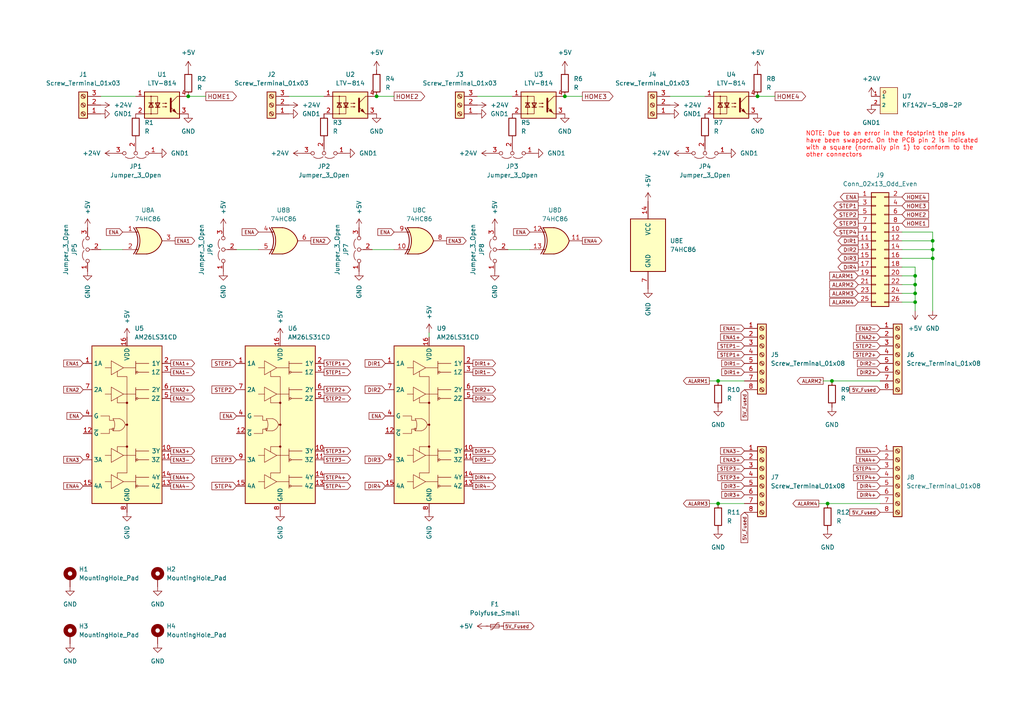
<source format=kicad_sch>
(kicad_sch (version 20230121) (generator eeschema)
  (paper "A4")
  (lib_symbols
    (symbol "74xx:74HC86" (pin_names (offset 1.016))
      (property "Reference" "U" (at 0 1.27 0))
      (property "Value" "74HC86" (at 0 -1.27 0))
      (symbol "74HC86_1_0"
        (pin input line (at -7.62 2.54 0) (length 4.445) (name "~") (number "1"))
        (pin input line (at -7.62 -2.54 0) (length 4.445) (name "~") (number "2"))
        (pin output line (at 7.62 0 180) (length 3.81) (name "~") (number "3"))
      )
      (symbol "74HC86_2_0"
        (pin input line (at -7.62 2.54 0) (length 4.445) (name "~") (number "4"))
        (pin input line (at -7.62 -2.54 0) (length 4.445) (name "~") (number "5"))
        (pin output line (at 7.62 0 180) (length 3.81) (name "~") (number "6"))
      )
      (symbol "74HC86_3_0"
        (pin input line (at -7.62 -2.54 0) (length 4.445) (name "~") (number "10"))
        (pin output line (at 7.62 0 180) (length 3.81) (name "~") (number "8"))
        (pin input line (at -7.62 2.54 0) (length 4.445) (name "~") (number "9"))
      )
      (symbol "74HC86_4_0"
        (pin output line (at 7.62 0 180) (length 3.81) (name "~") (number "11"))
        (pin input line (at -7.62 2.54 0) (length 4.445) (name "~") (number "12"))
        (pin input line (at -7.62 -2.54 0) (length 4.445) (name "~") (number "13"))
      )
      (symbol "74HC86_5_0"
        (pin power_in line (at 0 12.7 270) (length 5.08) (name "VCC") (number "14"))
        (pin power_in line (at 0 -12.7 90) (length 5.08) (name "GND") (number "7"))
      )
    )
    (symbol "AliExpress:KF142V-5_08-2P"
      (property "Reference" "U" (at 0 1.27 0))
      (property "Value" "KF142V-5_08-2P" (at 0 -2.54 0))
      (symbol "KF142V-5_08-2P_0_1"
        (pin unspecified line (at -5.08 1.27 0) (length 2.54) (name "1") (number "1"))
        (pin unspecified line (at -5.08 -1.27 0) (length 2.54) (name "2") (number "2"))
      )
    )
    (symbol "Connector:Screw_Terminal_01x03" (pin_names (offset 1.016) hide)
      (property "Reference" "J" (at 0 5.08 0))
      (property "Value" "Screw_Terminal_01x03" (at 0 -5.08 0))
      (symbol "Screw_Terminal_01x03_1_1"
        (pin passive line (at -5.08 2.54 0) (length 3.81) (name "Pin_1") (number "1"))
        (pin passive line (at -5.08 0 0) (length 3.81) (name "Pin_2") (number "2"))
        (pin passive line (at -5.08 -2.54 0) (length 3.81) (name "Pin_3") (number "3"))
      )
    )
    (symbol "Connector:Screw_Terminal_01x08" (pin_names (offset 1.016) hide)
      (property "Reference" "J" (at 0 10.16 0))
      (property "Value" "Screw_Terminal_01x08" (at 0 -12.7 0))
      (symbol "Screw_Terminal_01x08_1_1"
        (pin passive line (at -5.08 7.62 0) (length 3.81) (name "Pin_1") (number "1"))
        (pin passive line (at -5.08 5.08 0) (length 3.81) (name "Pin_2") (number "2"))
        (pin passive line (at -5.08 2.54 0) (length 3.81) (name "Pin_3") (number "3"))
        (pin passive line (at -5.08 0 0) (length 3.81) (name "Pin_4") (number "4"))
        (pin passive line (at -5.08 -2.54 0) (length 3.81) (name "Pin_5") (number "5"))
        (pin passive line (at -5.08 -5.08 0) (length 3.81) (name "Pin_6") (number "6"))
        (pin passive line (at -5.08 -7.62 0) (length 3.81) (name "Pin_7") (number "7"))
        (pin passive line (at -5.08 -10.16 0) (length 3.81) (name "Pin_8") (number "8"))
      )
    )
    (symbol "Connector_Generic:Conn_02x13_Odd_Even" (pin_names (offset 1.016) hide)
      (property "Reference" "J" (at 1.27 17.78 0))
      (property "Value" "Conn_02x13_Odd_Even" (at 1.27 -17.78 0))
      (symbol "Conn_02x13_Odd_Even_1_1"
        (pin passive line (at -5.08 15.24 0) (length 3.81) (name "Pin_1") (number "1"))
        (pin passive line (at 7.62 5.08 180) (length 3.81) (name "Pin_10") (number "10"))
        (pin passive line (at -5.08 2.54 0) (length 3.81) (name "Pin_11") (number "11"))
        (pin passive line (at 7.62 2.54 180) (length 3.81) (name "Pin_12") (number "12"))
        (pin passive line (at -5.08 0 0) (length 3.81) (name "Pin_13") (number "13"))
        (pin passive line (at 7.62 0 180) (length 3.81) (name "Pin_14") (number "14"))
        (pin passive line (at -5.08 -2.54 0) (length 3.81) (name "Pin_15") (number "15"))
        (pin passive line (at 7.62 -2.54 180) (length 3.81) (name "Pin_16") (number "16"))
        (pin passive line (at -5.08 -5.08 0) (length 3.81) (name "Pin_17") (number "17"))
        (pin passive line (at 7.62 -5.08 180) (length 3.81) (name "Pin_18") (number "18"))
        (pin passive line (at -5.08 -7.62 0) (length 3.81) (name "Pin_19") (number "19"))
        (pin passive line (at 7.62 15.24 180) (length 3.81) (name "Pin_2") (number "2"))
        (pin passive line (at 7.62 -7.62 180) (length 3.81) (name "Pin_20") (number "20"))
        (pin passive line (at -5.08 -10.16 0) (length 3.81) (name "Pin_21") (number "21"))
        (pin passive line (at 7.62 -10.16 180) (length 3.81) (name "Pin_22") (number "22"))
        (pin passive line (at -5.08 -12.7 0) (length 3.81) (name "Pin_23") (number "23"))
        (pin passive line (at 7.62 -12.7 180) (length 3.81) (name "Pin_24") (number "24"))
        (pin passive line (at -5.08 -15.24 0) (length 3.81) (name "Pin_25") (number "25"))
        (pin passive line (at 7.62 -15.24 180) (length 3.81) (name "Pin_26") (number "26"))
        (pin passive line (at -5.08 12.7 0) (length 3.81) (name "Pin_3") (number "3"))
        (pin passive line (at 7.62 12.7 180) (length 3.81) (name "Pin_4") (number "4"))
        (pin passive line (at -5.08 10.16 0) (length 3.81) (name "Pin_5") (number "5"))
        (pin passive line (at 7.62 10.16 180) (length 3.81) (name "Pin_6") (number "6"))
        (pin passive line (at -5.08 7.62 0) (length 3.81) (name "Pin_7") (number "7"))
        (pin passive line (at 7.62 7.62 180) (length 3.81) (name "Pin_8") (number "8"))
        (pin passive line (at -5.08 5.08 0) (length 3.81) (name "Pin_9") (number "9"))
      )
    )
    (symbol "Device:Polyfuse_Small" (pin_numbers hide) (pin_names (offset 0))
      (property "Reference" "F" (at -1.905 0 90))
      (property "Value" "Polyfuse_Small" (at 1.905 0 90))
      (symbol "Polyfuse_Small_1_1"
        (pin passive line (at 0 2.54 270) (length 0.635) (name "~") (number "1"))
        (pin passive line (at 0 -2.54 90) (length 0.635) (name "~") (number "2"))
      )
    )
    (symbol "Device:R" (pin_numbers hide) (pin_names (offset 0))
      (property "Reference" "R" (at 2.032 0 90))
      (property "Value" "R" (at 0 0 90))
      (symbol "R_1_1"
        (pin passive line (at 0 3.81 270) (length 1.27) (name "~") (number "1"))
        (pin passive line (at 0 -3.81 90) (length 1.27) (name "~") (number "2"))
      )
    )
    (symbol "Interface:AM26LS31CD"
      (property "Reference" "U" (at -8.89 24.13 0))
      (property "Value" "AM26LS31CD" (at 10.16 24.13 0))
      (symbol "AM26LS31CD_1_1"
        (pin input line (at -12.7 17.78 0) (length 2.54) (name "1A") (number "1"))
        (pin tri_state line (at 12.7 -7.62 180) (length 2.54) (name "3Y") (number "10"))
        (pin tri_state line (at 12.7 -10.16 180) (length 2.54) (name "3Z") (number "11"))
        (pin input line (at -12.7 -2.54 0) (length 2.54) (name "~{G}") (number "12"))
        (pin tri_state line (at 12.7 -17.78 180) (length 2.54) (name "4Z") (number "13"))
        (pin tri_state line (at 12.7 -15.24 180) (length 2.54) (name "4Y") (number "14"))
        (pin input line (at -12.7 -17.78 0) (length 2.54) (name "4A") (number "15"))
        (pin power_in line (at 0 25.4 270) (length 2.54) (name "VDD") (number "16"))
        (pin tri_state line (at 12.7 17.78 180) (length 2.54) (name "1Y") (number "2"))
        (pin tri_state line (at 12.7 15.24 180) (length 2.54) (name "1Z") (number "3"))
        (pin input line (at -12.7 2.54 0) (length 2.54) (name "G") (number "4"))
        (pin tri_state line (at 12.7 7.62 180) (length 2.54) (name "2Z") (number "5"))
        (pin tri_state line (at 12.7 10.16 180) (length 2.54) (name "2Y") (number "6"))
        (pin input line (at -12.7 10.16 0) (length 2.54) (name "2A") (number "7"))
        (pin power_in line (at 0 -25.4 90) (length 2.54) (name "GND") (number "8"))
        (pin input line (at -12.7 -10.16 0) (length 2.54) (name "3A") (number "9"))
      )
    )
    (symbol "Isolator:LTV-814" (pin_names (offset 1.016))
      (property "Reference" "U" (at -5.08 5.08 0))
      (property "Value" "LTV-814" (at 0 5.08 0))
      (symbol "LTV-814_1_1"
        (pin passive line (at -7.62 2.54 0) (length 2.54) (name "~") (number "1"))
        (pin passive line (at -7.62 -2.54 0) (length 2.54) (name "~") (number "2"))
        (pin passive line (at 7.62 -2.54 180) (length 2.54) (name "~") (number "3"))
        (pin passive line (at 7.62 2.54 180) (length 2.54) (name "~") (number "4"))
      )
    )
    (symbol "Jumper:Jumper_3_Open" (pin_names (offset 0) hide)
      (property "Reference" "JP" (at -2.54 -2.54 0))
      (property "Value" "Jumper_3_Open" (at 0 2.794 0))
      (symbol "Jumper_3_Open_1_1"
        (pin passive line (at -6.35 0 0) (length 2.54) (name "A") (number "1"))
        (pin passive line (at 0 -3.81 90) (length 2.54) (name "C") (number "2"))
        (pin passive line (at 6.35 0 180) (length 2.54) (name "B") (number "3"))
      )
    )
    (symbol "Mechanical:MountingHole_Pad" (pin_numbers hide) (pin_names (offset 1.016) hide)
      (property "Reference" "H" (at 0 6.35 0))
      (property "Value" "MountingHole_Pad" (at 0 4.445 0))
      (symbol "MountingHole_Pad_1_1"
        (pin input line (at 0 -2.54 90) (length 2.54) (name "1") (number "1"))
      )
    )
    (symbol "power:+24V" (power) (pin_names (offset 0))
      (property "Value" "+24V" (at 0 3.556 0))
      (symbol "+24V_1_1"
        (pin power_in line (at 0 0 90) (length 0) hide (name "+24V") (number "1"))
      )
    )
    (symbol "power:+5V" (power) (pin_names (offset 0))
      (property "Value" "+5V" (at 0 3.556 0))
      (symbol "+5V_1_1"
        (pin power_in line (at 0 0 90) (length 0) hide (name "+5V") (number "1"))
      )
    )
    (symbol "power:GND" (power) (pin_names (offset 0))
      (property "Value" "GND" (at 0 -3.81 0))
      (symbol "GND_1_1"
        (pin power_in line (at 0 0 270) (length 0) hide (name "GND") (number "1"))
      )
    )
    (symbol "power:GND1" (power) (pin_names (offset 0))
      (property "Value" "GND1" (at 0 -3.81 0))
      (symbol "GND1_1_1"
        (pin power_in line (at 0 0 270) (length 0) hide (name "GND1") (number "1"))
      )
    )
  )
  (junction (at 54.61 27.94))
  (junction (at 109.22 27.94))
  (junction (at 265.43 80.01))
  (junction (at 241.3 110.49))
  (junction (at 265.43 87.63))
  (junction (at 163.83 27.94))
  (junction (at 270.51 69.85))
  (junction (at 219.71 27.94))
  (junction (at 265.43 82.55))
  (junction (at 270.51 74.93))
  (junction (at 265.43 85.09))
  (junction (at 208.28 146.05))
  (junction (at 270.51 72.39))
  (junction (at 240.03 146.05))
  (junction (at 208.28 110.49))
  (wire (pts (xy 208.28 110.49) (xy 215.9 110.49)))
  (wire (pts (xy 270.51 69.85) (xy 270.51 72.39)))
  (wire (pts (xy 270.51 72.39) (xy 270.51 74.93)))
  (wire (pts (xy 237.49 146.05) (xy 240.03 146.05)))
  (wire (pts (xy 261.62 69.85) (xy 270.51 69.85)))
  (wire (pts (xy 83.82 27.94) (xy 93.98 27.94)))
  (wire (pts (xy 261.62 72.39) (xy 270.51 72.39)))
  (wire (pts (xy 29.21 27.94) (xy 39.37 27.94)))
  (wire (pts (xy 261.62 67.31) (xy 270.51 67.31)))
  (wire (pts (xy 265.43 80.01) (xy 265.43 82.55)))
  (wire (pts (xy 54.61 27.94) (xy 59.69 27.94)))
  (wire (pts (xy 261.62 85.09) (xy 265.43 85.09)))
  (wire (pts (xy 261.62 87.63) (xy 265.43 87.63)))
  (wire (pts (xy 107.95 72.39) (xy 114.3 72.39)))
  (wire (pts (xy 238.76 110.49) (xy 241.3 110.49)))
  (wire (pts (xy 241.3 110.49) (xy 255.27 110.49)))
  (wire (pts (xy 265.43 77.47) (xy 265.43 80.01)))
  (wire (pts (xy 261.62 80.01) (xy 265.43 80.01)))
  (wire (pts (xy 194.31 27.94) (xy 204.47 27.94)))
  (wire (pts (xy 265.43 85.09) (xy 265.43 87.63)))
  (wire (pts (xy 240.03 146.05) (xy 255.27 146.05)))
  (wire (pts (xy 29.21 72.39) (xy 35.56 72.39)))
  (wire (pts (xy 261.62 82.55) (xy 265.43 82.55)))
  (wire (pts (xy 261.62 74.93) (xy 270.51 74.93)))
  (wire (pts (xy 124.46 97.79) (xy 124.46 96.52)))
  (wire (pts (xy 205.74 110.49) (xy 208.28 110.49)))
  (wire (pts (xy 270.51 74.93) (xy 270.51 90.17)))
  (wire (pts (xy 68.58 72.39) (xy 74.93 72.39)))
  (wire (pts (xy 265.43 87.63) (xy 265.43 90.17)))
  (wire (pts (xy 147.32 72.39) (xy 153.67 72.39)))
  (wire (pts (xy 109.22 27.94) (xy 114.3 27.94)))
  (wire (pts (xy 205.74 146.05) (xy 208.28 146.05)))
  (wire (pts (xy 261.62 77.47) (xy 265.43 77.47)))
  (wire (pts (xy 138.43 27.94) (xy 148.59 27.94)))
  (wire (pts (xy 219.71 27.94) (xy 224.79 27.94)))
  (wire (pts (xy 265.43 82.55) (xy 265.43 85.09)))
  (wire (pts (xy 270.51 67.31) (xy 270.51 69.85)))
  (wire (pts (xy 163.83 27.94) (xy 168.91 27.94)))
  (wire (pts (xy 208.28 146.05) (xy 215.9 146.05)))
  (text "NOTE: Due to an error in the footprint the pins\nhave been swapped. On the PCB pin 2 is indicated\nwith a square (normally pin 1) to conform to the\nother connectors" (at 233.68 45.72 0) (effects (font (size 1.27 1.27)) (justify left bottom)))
  (global_label "HOME3" (shape input) (at 261.62 59.69 0) (effects (font (size 1.1 1.1))) (property "Intersheetrefs" "${INTERSHEET_REFS}" (effects hide)))
  (global_label "DIR4-" (shape output) (at 137.16 140.97 0) (effects (font (size 1 1))) (property "Intersheetrefs" "${INTERSHEET_REFS}" (effects hide)))
  (global_label "STEP3+" (shape input) (at 215.9 138.43 180) (effects (font (size 1 1))) (property "Intersheetrefs" "${INTERSHEET_REFS}" (effects hide)))
  (global_label "5V_Fused" (shape input) (at 215.9 148.59 270) (effects (font (size 1 1))) (property "Intersheetrefs" "${INTERSHEET_REFS}" (effects hide)))
  (global_label "ENA2+" (shape output) (at 49.53 113.03 0) (effects (font (size 1 1))) (property "Intersheetrefs" "${INTERSHEET_REFS}" (effects hide)))
  (global_label "ENA" (shape input) (at 111.76 120.65 180) (effects (font (size 1 1))) (property "Intersheetrefs" "${INTERSHEET_REFS}" (effects hide)))
  (global_label "ALARM4" (shape output) (at 237.49 146.05 180) (effects (font (size 1 1))) (property "Intersheetrefs" "${INTERSHEET_REFS}" (effects hide)))
  (global_label "STEP4-" (shape input) (at 255.27 135.89 180) (effects (font (size 1 1))) (property "Intersheetrefs" "${INTERSHEET_REFS}" (effects hide)))
  (global_label "ENA1-" (shape input) (at 215.9 95.25 180) (effects (font (size 1 1))) (property "Intersheetrefs" "${INTERSHEET_REFS}" (effects hide)))
  (global_label "ALARM1" (shape output) (at 205.74 110.49 180) (effects (font (size 1 1))) (property "Intersheetrefs" "${INTERSHEET_REFS}" (effects hide)))
  (global_label "ALARM2" (shape input) (at 248.92 82.55 180) (effects (font (size 1.1 1.1))) (property "Intersheetrefs" "${INTERSHEET_REFS}" (effects hide)))
  (global_label "STEP1" (shape output) (at 248.92 59.69 180) (effects (font (size 1.1 1.1))) (property "Intersheetrefs" "${INTERSHEET_REFS}" (effects hide)))
  (global_label "HOME2" (shape output) (at 114.3 27.94 0) (property "Intersheetrefs" "${INTERSHEET_REFS}" (effects hide)))
  (global_label "5V_Fused" (shape output) (at 146.05 181.61 0) (effects (font (size 1 1))) (property "Intersheetrefs" "${INTERSHEET_REFS}" (effects hide)))
  (global_label "ENA3" (shape output) (at 129.54 69.85 0) (effects (font (size 1 1))) (property "Intersheetrefs" "${INTERSHEET_REFS}" (effects hide)))
  (global_label "5V_Fused" (shape input) (at 215.9 113.03 270) (effects (font (size 1 1))) (property "Intersheetrefs" "${INTERSHEET_REFS}" (effects hide)))
  (global_label "ENA3+" (shape output) (at 49.53 130.81 0) (effects (font (size 1 1))) (property "Intersheetrefs" "${INTERSHEET_REFS}" (effects hide)))
  (global_label "HOME1" (shape input) (at 261.62 64.77 0) (effects (font (size 1.1 1.1))) (property "Intersheetrefs" "${INTERSHEET_REFS}" (effects hide)))
  (global_label "STEP1-" (shape output) (at 93.98 107.95 0) (effects (font (size 1 1))) (property "Intersheetrefs" "${INTERSHEET_REFS}" (effects hide)))
  (global_label "5V_Fused" (shape input) (at 255.27 148.59 180) (effects (font (size 1 1))) (property "Intersheetrefs" "${INTERSHEET_REFS}" (effects hide)))
  (global_label "DIR2" (shape input) (at 111.76 113.03 180) (effects (font (size 1.1 1.1))) (property "Intersheetrefs" "${INTERSHEET_REFS}" (effects hide)))
  (global_label "ENA1" (shape input) (at 24.13 105.41 180) (effects (font (size 1 1))) (property "Intersheetrefs" "${INTERSHEET_REFS}" (effects hide)))
  (global_label "DIR3" (shape output) (at 248.92 74.93 180) (effects (font (size 1.1 1.1))) (property "Intersheetrefs" "${INTERSHEET_REFS}" (effects hide)))
  (global_label "STEP2" (shape output) (at 248.92 62.23 180) (effects (font (size 1.1 1.1))) (property "Intersheetrefs" "${INTERSHEET_REFS}" (effects hide)))
  (global_label "5V_Fused" (shape input) (at 255.27 113.03 180) (effects (font (size 1 1))) (property "Intersheetrefs" "${INTERSHEET_REFS}" (effects hide)))
  (global_label "DIR1-" (shape input) (at 215.9 105.41 180) (effects (font (size 1 1))) (property "Intersheetrefs" "${INTERSHEET_REFS}" (effects hide)))
  (global_label "HOME4" (shape output) (at 224.79 27.94 0) (property "Intersheetrefs" "${INTERSHEET_REFS}" (effects hide)))
  (global_label "HOME2" (shape input) (at 261.62 62.23 0) (effects (font (size 1.1 1.1))) (property "Intersheetrefs" "${INTERSHEET_REFS}" (effects hide)))
  (global_label "ENA4+" (shape output) (at 49.53 138.43 0) (effects (font (size 1 1))) (property "Intersheetrefs" "${INTERSHEET_REFS}" (effects hide)))
  (global_label "DIR3+" (shape output) (at 137.16 130.81 0) (effects (font (size 1 1))) (property "Intersheetrefs" "${INTERSHEET_REFS}" (effects hide)))
  (global_label "ENA1+" (shape input) (at 215.9 97.79 180) (effects (font (size 1 1))) (property "Intersheetrefs" "${INTERSHEET_REFS}" (effects hide)))
  (global_label "ENA3+" (shape input) (at 215.9 133.35 180) (effects (font (size 1 1))) (property "Intersheetrefs" "${INTERSHEET_REFS}" (effects hide)))
  (global_label "ENA2-" (shape input) (at 255.27 95.25 180) (effects (font (size 1 1))) (property "Intersheetrefs" "${INTERSHEET_REFS}" (effects hide)))
  (global_label "DIR2" (shape output) (at 248.92 72.39 180) (effects (font (size 1.1 1.1))) (property "Intersheetrefs" "${INTERSHEET_REFS}" (effects hide)))
  (global_label "ENA3-" (shape input) (at 215.9 130.81 180) (effects (font (size 1 1))) (property "Intersheetrefs" "${INTERSHEET_REFS}" (effects hide)))
  (global_label "ENA1+" (shape output) (at 49.53 105.41 0) (effects (font (size 1 1))) (property "Intersheetrefs" "${INTERSHEET_REFS}" (effects hide)))
  (global_label "STEP4+" (shape output) (at 93.98 138.43 0) (effects (font (size 1 1))) (property "Intersheetrefs" "${INTERSHEET_REFS}" (effects hide)))
  (global_label "DIR2+" (shape input) (at 255.27 107.95 180) (effects (font (size 1 1))) (property "Intersheetrefs" "${INTERSHEET_REFS}" (effects hide)))
  (global_label "ENA3-" (shape output) (at 49.53 133.35 0) (effects (font (size 1 1))) (property "Intersheetrefs" "${INTERSHEET_REFS}" (effects hide)))
  (global_label "ENA4" (shape output) (at 168.91 69.85 0) (effects (font (size 1 1))) (property "Intersheetrefs" "${INTERSHEET_REFS}" (effects hide)))
  (global_label "DIR4+" (shape input) (at 255.27 143.51 180) (effects (font (size 1 1))) (property "Intersheetrefs" "${INTERSHEET_REFS}" (effects hide)))
  (global_label "DIR4" (shape input) (at 111.76 140.97 180) (effects (font (size 1.1 1.1))) (property "Intersheetrefs" "${INTERSHEET_REFS}" (effects hide)))
  (global_label "STEP2" (shape input) (at 68.58 113.03 180) (effects (font (size 1.1 1.1))) (property "Intersheetrefs" "${INTERSHEET_REFS}" (effects hide)))
  (global_label "ENA2-" (shape output) (at 49.53 115.57 0) (effects (font (size 1 1))) (property "Intersheetrefs" "${INTERSHEET_REFS}" (effects hide)))
  (global_label "ENA1" (shape output) (at 50.8 69.85 0) (effects (font (size 1 1))) (property "Intersheetrefs" "${INTERSHEET_REFS}" (effects hide)))
  (global_label "ALARM3" (shape input) (at 248.92 85.09 180) (effects (font (size 1.1 1.1))) (property "Intersheetrefs" "${INTERSHEET_REFS}" (effects hide)))
  (global_label "DIR4+" (shape output) (at 137.16 138.43 0) (effects (font (size 1 1))) (property "Intersheetrefs" "${INTERSHEET_REFS}" (effects hide)))
  (global_label "ENA4-" (shape input) (at 255.27 130.81 180) (effects (font (size 1 1))) (property "Intersheetrefs" "${INTERSHEET_REFS}" (effects hide)))
  (global_label "STEP3+" (shape output) (at 93.98 130.81 0) (effects (font (size 1 1))) (property "Intersheetrefs" "${INTERSHEET_REFS}" (effects hide)))
  (global_label "STEP3" (shape output) (at 248.92 64.77 180) (effects (font (size 1.1 1.1))) (property "Intersheetrefs" "${INTERSHEET_REFS}" (effects hide)))
  (global_label "STEP4-" (shape output) (at 93.98 140.97 0) (effects (font (size 1 1))) (property "Intersheetrefs" "${INTERSHEET_REFS}" (effects hide)))
  (global_label "STEP2+" (shape input) (at 255.27 102.87 180) (effects (font (size 1 1))) (property "Intersheetrefs" "${INTERSHEET_REFS}" (effects hide)))
  (global_label "ENA2" (shape input) (at 24.13 113.03 180) (effects (font (size 1 1))) (property "Intersheetrefs" "${INTERSHEET_REFS}" (effects hide)))
  (global_label "DIR1+" (shape input) (at 215.9 107.95 180) (effects (font (size 1 1))) (property "Intersheetrefs" "${INTERSHEET_REFS}" (effects hide)))
  (global_label "HOME3" (shape output) (at 168.91 27.94 0) (property "Intersheetrefs" "${INTERSHEET_REFS}" (effects hide)))
  (global_label "DIR1+" (shape output) (at 137.16 105.41 0) (effects (font (size 1 1))) (property "Intersheetrefs" "${INTERSHEET_REFS}" (effects hide)))
  (global_label "DIR3+" (shape input) (at 215.9 143.51 180) (effects (font (size 1 1))) (property "Intersheetrefs" "${INTERSHEET_REFS}" (effects hide)))
  (global_label "DIR2-" (shape input) (at 255.27 105.41 180) (effects (font (size 1 1))) (property "Intersheetrefs" "${INTERSHEET_REFS}" (effects hide)))
  (global_label "ENA" (shape input) (at 153.67 67.31 180) (effects (font (size 1 1))) (property "Intersheetrefs" "${INTERSHEET_REFS}" (effects hide)))
  (global_label "DIR4-" (shape input) (at 255.27 140.97 180) (effects (font (size 1 1))) (property "Intersheetrefs" "${INTERSHEET_REFS}" (effects hide)))
  (global_label "ENA" (shape input) (at 74.93 67.31 180) (effects (font (size 1 1))) (property "Intersheetrefs" "${INTERSHEET_REFS}" (effects hide)))
  (global_label "ALARM1" (shape input) (at 248.92 80.01 180) (effects (font (size 1.1 1.1))) (property "Intersheetrefs" "${INTERSHEET_REFS}" (effects hide)))
  (global_label "DIR3" (shape input) (at 111.76 133.35 180) (effects (font (size 1.1 1.1))) (property "Intersheetrefs" "${INTERSHEET_REFS}" (effects hide)))
  (global_label "DIR3-" (shape input) (at 215.9 140.97 180) (effects (font (size 1 1))) (property "Intersheetrefs" "${INTERSHEET_REFS}" (effects hide)))
  (global_label "ENA" (shape input) (at 35.56 67.31 180) (effects (font (size 1 1))) (property "Intersheetrefs" "${INTERSHEET_REFS}" (effects hide)))
  (global_label "STEP2+" (shape output) (at 93.98 113.03 0) (effects (font (size 1 1))) (property "Intersheetrefs" "${INTERSHEET_REFS}" (effects hide)))
  (global_label "ENA4+" (shape input) (at 255.27 133.35 180) (effects (font (size 1 1))) (property "Intersheetrefs" "${INTERSHEET_REFS}" (effects hide)))
  (global_label "DIR3-" (shape output) (at 137.16 133.35 0) (effects (font (size 1 1))) (property "Intersheetrefs" "${INTERSHEET_REFS}" (effects hide)))
  (global_label "DIR1" (shape output) (at 248.92 69.85 180) (effects (font (size 1.1 1.1))) (property "Intersheetrefs" "${INTERSHEET_REFS}" (effects hide)))
  (global_label "STEP2-" (shape input) (at 255.27 100.33 180) (effects (font (size 1 1))) (property "Intersheetrefs" "${INTERSHEET_REFS}" (effects hide)))
  (global_label "STEP3-" (shape output) (at 93.98 133.35 0) (effects (font (size 1 1))) (property "Intersheetrefs" "${INTERSHEET_REFS}" (effects hide)))
  (global_label "STEP1-" (shape input) (at 215.9 100.33 180) (effects (font (size 1 1))) (property "Intersheetrefs" "${INTERSHEET_REFS}" (effects hide)))
  (global_label "ALARM2" (shape output) (at 238.76 110.49 180) (effects (font (size 1 1))) (property "Intersheetrefs" "${INTERSHEET_REFS}" (effects hide)))
  (global_label "DIR2-" (shape output) (at 137.16 115.57 0) (effects (font (size 1 1))) (property "Intersheetrefs" "${INTERSHEET_REFS}" (effects hide)))
  (global_label "ENA" (shape input) (at 114.3 67.31 180) (effects (font (size 1 1))) (property "Intersheetrefs" "${INTERSHEET_REFS}" (effects hide)))
  (global_label "STEP3-" (shape input) (at 215.9 135.89 180) (effects (font (size 1 1))) (property "Intersheetrefs" "${INTERSHEET_REFS}" (effects hide)))
  (global_label "DIR1" (shape input) (at 111.76 105.41 180) (effects (font (size 1.1 1.1))) (property "Intersheetrefs" "${INTERSHEET_REFS}" (effects hide)))
  (global_label "STEP4+" (shape input) (at 255.27 138.43 180) (effects (font (size 1 1))) (property "Intersheetrefs" "${INTERSHEET_REFS}" (effects hide)))
  (global_label "ENA4-" (shape output) (at 49.53 140.97 0) (effects (font (size 1 1))) (property "Intersheetrefs" "${INTERSHEET_REFS}" (effects hide)))
  (global_label "ENA3" (shape input) (at 24.13 133.35 180) (effects (font (size 1 1))) (property "Intersheetrefs" "${INTERSHEET_REFS}" (effects hide)))
  (global_label "STEP4" (shape input) (at 68.58 140.97 180) (effects (font (size 1.1 1.1))) (property "Intersheetrefs" "${INTERSHEET_REFS}" (effects hide)))
  (global_label "STEP3" (shape input) (at 68.58 133.35 180) (effects (font (size 1.1 1.1))) (property "Intersheetrefs" "${INTERSHEET_REFS}" (effects hide)))
  (global_label "ENA4" (shape input) (at 24.13 140.97 180) (effects (font (size 1 1))) (property "Intersheetrefs" "${INTERSHEET_REFS}" (effects hide)))
  (global_label "ENA2" (shape output) (at 90.17 69.85 0) (effects (font (size 1 1))) (property "Intersheetrefs" "${INTERSHEET_REFS}" (effects hide)))
  (global_label "STEP4" (shape output) (at 248.92 67.31 180) (effects (font (size 1.1 1.1))) (property "Intersheetrefs" "${INTERSHEET_REFS}" (effects hide)))
  (global_label "DIR1-" (shape output) (at 137.16 107.95 0) (effects (font (size 1 1))) (property "Intersheetrefs" "${INTERSHEET_REFS}" (effects hide)))
  (global_label "ENA" (shape input) (at 68.58 120.65 180) (effects (font (size 1 1))) (property "Intersheetrefs" "${INTERSHEET_REFS}" (effects hide)))
  (global_label "ENA2+" (shape input) (at 255.27 97.79 180) (effects (font (size 1 1))) (property "Intersheetrefs" "${INTERSHEET_REFS}" (effects hide)))
  (global_label "STEP1+" (shape output) (at 93.98 105.41 0) (effects (font (size 1 1))) (property "Intersheetrefs" "${INTERSHEET_REFS}" (effects hide)))
  (global_label "ALARM4" (shape input) (at 248.92 87.63 180) (effects (font (size 1.1 1.1))) (property "Intersheetrefs" "${INTERSHEET_REFS}" (effects hide)))
  (global_label "DIR2+" (shape output) (at 137.16 113.03 0) (effects (font (size 1 1))) (property "Intersheetrefs" "${INTERSHEET_REFS}" (effects hide)))
  (global_label "STEP1+" (shape input) (at 215.9 102.87 180) (effects (font (size 1 1))) (property "Intersheetrefs" "${INTERSHEET_REFS}" (effects hide)))
  (global_label "ALARM3" (shape output) (at 205.74 146.05 180) (effects (font (size 1 1))) (property "Intersheetrefs" "${INTERSHEET_REFS}" (effects hide)))
  (global_label "STEP2-" (shape output) (at 93.98 115.57 0) (effects (font (size 1 1))) (property "Intersheetrefs" "${INTERSHEET_REFS}" (effects hide)))
  (global_label "HOME4" (shape input) (at 261.62 57.15 0) (effects (font (size 1.1 1.1))) (property "Intersheetrefs" "${INTERSHEET_REFS}" (effects hide)))
  (global_label "HOME1" (shape output) (at 59.69 27.94 0) (property "Intersheetrefs" "${INTERSHEET_REFS}" (effects hide)))
  (global_label "ENA" (shape input) (at 24.13 120.65 180) (effects (font (size 1 1))) (property "Intersheetrefs" "${INTERSHEET_REFS}" (effects hide)))
  (global_label "ENA" (shape output) (at 248.92 57.15 180) (effects (font (size 1.1 1.1))) (property "Intersheetrefs" "${INTERSHEET_REFS}" (effects hide)))
  (global_label "STEP1" (shape input) (at 68.58 105.41 180) (effects (font (size 1.1 1.1))) (property "Intersheetrefs" "${INTERSHEET_REFS}" (effects hide)))
  (global_label "DIR4" (shape output) (at 248.92 77.47 180) (effects (font (size 1.1 1.1))) (property "Intersheetrefs" "${INTERSHEET_REFS}" (effects hide)))
  (global_label "ENA1-" (shape output) (at 49.53 107.95 0) (effects (font (size 1 1))) (property "Intersheetrefs" "${INTERSHEET_REFS}" (effects hide)))
  (symbol (lib_id "power:+24V") (at 142.24 44.45 90) (unit 1)
    (property "Reference" "#PWR015" (effects hide))
    (property "Value" "+24V" (at 138.43 44.45 90) (effects (justify left)))
  )
  (symbol (lib_id "power:GND") (at 219.71 33.02 0) (unit 1)
    (property "Reference" "#PWR024" (effects hide))
    (property "Value" "GND" (at 219.71 38.1 0))
  )
  (symbol (lib_id "Mechanical:MountingHole_Pad") (at 20.32 184.15 0) (unit 1)
    (property "Reference" "H3" (at 22.86 181.61 0) (effects (justify left)))
    (property "Value" "MountingHole_Pad" (at 22.86 184.15 0) (effects (justify left)))
    (property "Footprint" "MountingHole:MountingHole_3.2mm_M3_Pad_Via" (effects hide))
  )
  (symbol (lib_id "power:+24V") (at 83.82 30.48 270) (unit 1)
    (property "Reference" "#PWR04" (effects hide))
    (property "Value" "+24V" (at 87.63 30.48 90) (effects (justify left)))
  )
  (symbol (lib_id "Device:R") (at 109.22 24.13 0) (unit 1)
    (property "Reference" "R4" (at 111.76 22.86 0) (effects (justify left)))
    (property "Value" "R" (at 111.76 25.4 0) (effects (justify left)))
    (property "Footprint" "Resistor_SMD:R_1206_3216Metric_Pad1.30x1.75mm_HandSolder" (effects hide))
  )
  (symbol (lib_id "power:+5V") (at 36.83 97.79 0) (unit 1)
    (property "Reference" "#PWR026" (effects hide))
    (property "Value" "+5V" (at 36.83 93.98 90) (effects (justify left)))
  )
  (symbol (lib_id "power:GND") (at 208.28 118.11 0) (unit 1)
    (property "Reference" "#PWR036" (effects hide))
    (property "Value" "GND" (at 208.28 123.19 0))
  )
  (symbol (lib_id "power:GND") (at 36.83 148.59 0) (unit 1)
    (property "Reference" "#PWR020" (effects hide))
    (property "Value" "GND" (at 36.83 152.4 90) (effects (justify right)))
  )
  (symbol (lib_id "Connector:Screw_Terminal_01x08") (at 260.35 102.87 0) (unit 1)
    (property "Reference" "J6" (at 262.89 102.87 0) (effects (justify left)))
    (property "Value" "Screw_Terminal_01x08" (at 262.89 105.41 0) (effects (justify left)))
    (property "Footprint" "AliExpress:CONN-TH_8P-P5.08_KF142V-5.08-8P" (effects hide))
  )
  (symbol (lib_id "Connector:Screw_Terminal_01x03") (at 189.23 30.48 180) (unit 1)
    (property "Reference" "J4" (at 189.23 21.59 0))
    (property "Value" "Screw_Terminal_01x03" (at 189.23 24.13 0))
    (property "Footprint" "AliExpress:CONN-TH_3P-P5.08_KF142V-5.08-3P" (effects hide))
  )
  (symbol (lib_id "Device:R") (at 208.28 149.86 0) (unit 1)
    (property "Reference" "R11" (at 210.82 148.59 0) (effects (justify left)))
    (property "Value" "R" (at 210.82 151.13 0) (effects (justify left)))
    (property "Footprint" "Resistor_SMD:R_1206_3216Metric_Pad1.30x1.75mm_HandSolder" (effects hide))
  )
  (symbol (lib_id "Connector:Screw_Terminal_01x08") (at 220.98 102.87 0) (unit 1)
    (property "Reference" "J5" (at 223.52 102.87 0) (effects (justify left)))
    (property "Value" "Screw_Terminal_01x08" (at 223.52 105.41 0) (effects (justify left)))
    (property "Footprint" "AliExpress:CONN-TH_8P-P5.08_KF142V-5.08-8P" (effects hide))
  )
  (symbol (lib_id "power:GND1") (at 210.82 44.45 90) (unit 1)
    (property "Reference" "#PWR022" (effects hide))
    (property "Value" "GND1" (at 214.63 44.45 90) (effects (justify right)))
  )
  (symbol (lib_id "power:+5V") (at 104.14 66.04 0) (unit 1)
    (property "Reference" "#PWR064" (effects hide))
    (property "Value" "+5V" (at 104.14 62.23 90) (effects (justify left)))
  )
  (symbol (lib_id "Device:R") (at 163.83 24.13 0) (unit 1)
    (property "Reference" "R6" (at 166.37 22.86 0) (effects (justify left)))
    (property "Value" "R" (at 166.37 25.4 0) (effects (justify left)))
    (property "Footprint" "Resistor_SMD:R_1206_3216Metric_Pad1.30x1.75mm_HandSolder" (effects hide))
  )
  (symbol (lib_id "power:GND") (at 64.77 78.74 0) (unit 1)
    (property "Reference" "#PWR063" (effects hide))
    (property "Value" "GND" (at 64.77 82.55 90) (effects (justify right)))
  )
  (symbol (lib_id "Isolator:LTV-814") (at 46.99 30.48 0) (unit 1)
    (property "Reference" "U1" (at 46.99 21.59 0))
    (property "Value" "LTV-814" (at 46.99 24.13 0))
    (property "Footprint" "Package_DIP:DIP-4_W7.62mm" (effects hide))
    (property "Datasheet" "https://optoelectronics.liteon.com/upload/download/DS-70-96-0013/LTV-8X4%20series%20201509.pdf" (effects hide))
  )
  (symbol (lib_id "power:GND1") (at 45.72 44.45 90) (unit 1)
    (property "Reference" "#PWR01" (effects hide))
    (property "Value" "GND1" (at 49.53 44.45 90) (effects (justify right)))
  )
  (symbol (lib_id "Connector:Screw_Terminal_01x03") (at 24.13 30.48 180) (unit 1)
    (property "Reference" "J1" (at 24.13 21.59 0))
    (property "Value" "Screw_Terminal_01x03" (at 24.13 24.13 0))
    (property "Footprint" "AliExpress:CONN-TH_3P-P5.08_KF142V-5.08-3P" (effects hide))
  )
  (symbol (lib_id "power:+24V") (at 198.12 44.45 90) (unit 1)
    (property "Reference" "#PWR021" (effects hide))
    (property "Value" "+24V" (at 194.31 44.45 90) (effects (justify left)))
  )
  (symbol (lib_id "74xx:74HC86") (at 43.18 69.85 0) (unit 1)
    (property "Reference" "U8" (at 42.8752 60.96 0))
    (property "Value" "74HC86" (at 42.8752 63.5 0))
    (property "Footprint" "Package_SO:SOIC-14_3.9x8.7mm_P1.27mm" (effects hide))
    (property "Datasheet" "http://www.ti.com/lit/gpn/sn74HC86" (effects hide))
  )
  (symbol (lib_id "Isolator:LTV-814") (at 101.6 30.48 0) (unit 1)
    (property "Reference" "U2" (at 101.6 21.59 0))
    (property "Value" "LTV-814" (at 101.6 24.13 0))
    (property "Footprint" "Package_DIP:DIP-4_W7.62mm" (effects hide))
    (property "Datasheet" "https://optoelectronics.liteon.com/upload/download/DS-70-96-0013/LTV-8X4%20series%20201509.pdf" (effects hide))
  )
  (symbol (lib_id "Isolator:LTV-814") (at 156.21 30.48 0) (unit 1)
    (property "Reference" "U3" (at 156.21 21.59 0))
    (property "Value" "LTV-814" (at 156.21 24.13 0))
    (property "Footprint" "Package_DIP:DIP-4_W7.62mm" (effects hide))
    (property "Datasheet" "https://optoelectronics.liteon.com/upload/download/DS-70-96-0013/LTV-8X4%20series%20201509.pdf" (effects hide))
  )
  (symbol (lib_id "power:+5V") (at 140.97 181.61 90) (unit 1)
    (property "Reference" "#PWR034" (effects hide))
    (property "Value" "+5V" (at 137.16 181.61 90) (effects (justify left)))
  )
  (symbol (lib_id "power:+24V") (at 252.73 27.94 0) (unit 1)
    (property "Reference" "#PWR055" (effects hide))
    (property "Value" "+24V" (at 252.73 22.86 0))
  )
  (symbol (lib_id "power:GND1") (at 154.94 44.45 90) (unit 1)
    (property "Reference" "#PWR016" (effects hide))
    (property "Value" "GND1" (at 158.75 44.45 90) (effects (justify right)))
  )
  (symbol (lib_id "power:+5V") (at 219.71 20.32 0) (unit 1)
    (property "Reference" "#PWR023" (effects hide))
    (property "Value" "+5V" (at 219.71 15.24 0))
  )
  (symbol (lib_id "power:+5V") (at 143.51 66.04 0) (unit 1)
    (property "Reference" "#PWR066" (effects hide))
    (property "Value" "+5V" (at 143.51 62.23 90) (effects (justify left)))
  )
  (symbol (lib_id "Mechanical:MountingHole_Pad") (at 45.72 167.64 0) (unit 1)
    (property "Reference" "H2" (at 48.26 165.1 0) (effects (justify left)))
    (property "Value" "MountingHole_Pad" (at 48.26 167.64 0) (effects (justify left)))
    (property "Footprint" "MountingHole:MountingHole_3.2mm_M3_Pad_Via" (effects hide))
  )
  (symbol (lib_id "power:+24V") (at 33.02 44.45 90) (unit 1)
    (property "Reference" "#PWR02" (effects hide))
    (property "Value" "+24V" (at 29.21 44.45 90) (effects (justify left)))
  )
  (symbol (lib_id "Device:R") (at 93.98 36.83 0) (unit 1)
    (property "Reference" "R3" (at 96.52 35.56 0) (effects (justify left)))
    (property "Value" "R" (at 96.52 38.1 0) (effects (justify left)))
    (property "Footprint" "Resistor_SMD:R_1206_3216Metric_Pad1.30x1.75mm_HandSolder" (effects hide))
  )
  (symbol (lib_id "power:GND1") (at 194.31 33.02 90) (unit 1)
    (property "Reference" "#PWR019" (effects hide))
    (property "Value" "GND1" (at 198.12 33.02 90) (effects (justify right)))
  )
  (symbol (lib_id "power:GND") (at 109.22 33.02 0) (unit 1)
    (property "Reference" "#PWR012" (effects hide))
    (property "Value" "GND" (at 109.22 38.1 0))
  )
  (symbol (lib_id "Device:R") (at 241.3 114.3 0) (unit 1)
    (property "Reference" "R9" (at 243.84 113.03 0) (effects (justify left)))
    (property "Value" "R" (at 243.84 115.57 0) (effects (justify left)))
    (property "Footprint" "Resistor_SMD:R_1206_3216Metric_Pad1.30x1.75mm_HandSolder" (effects hide))
  )
  (symbol (lib_id "power:GND") (at 45.72 186.69 0) (unit 1)
    (property "Reference" "#PWR059" (effects hide))
    (property "Value" "GND" (at 45.72 191.77 0))
  )
  (symbol (lib_id "Jumper:Jumper_3_Open") (at 25.4 72.39 90) (unit 1)
    (property "Reference" "JP5" (at 21.59 72.39 0))
    (property "Value" "Jumper_3_Open" (at 19.05 72.39 0))
    (property "Footprint" "Connector_PinHeader_2.54mm:PinHeader_1x03_P2.54mm_Vertical" (effects hide))
  )
  (symbol (lib_id "power:GND") (at 20.32 170.18 0) (unit 1)
    (property "Reference" "#PWR056" (effects hide))
    (property "Value" "GND" (at 20.32 175.26 0))
  )
  (symbol (lib_id "Connector_Generic:Conn_02x13_Odd_Even") (at 254 72.39 0) (unit 1)
    (property "Reference" "J9" (at 255.27 50.8 0))
    (property "Value" "Conn_02x13_Odd_Even" (at 255.27 53.34 0))
    (property "Footprint" "Connector_IDC:IDC-Header_2x13_P2.54mm_Vertical" (effects hide))
  )
  (symbol (lib_id "Connector:Screw_Terminal_01x08") (at 220.98 138.43 0) (unit 1)
    (property "Reference" "J7" (at 223.52 138.43 0) (effects (justify left)))
    (property "Value" "Screw_Terminal_01x08" (at 223.52 140.97 0) (effects (justify left)))
    (property "Footprint" "AliExpress:CONN-TH_8P-P5.08_KF142V-5.08-8P" (effects hide))
  )
  (symbol (lib_id "Device:Polyfuse_Small") (at 143.51 181.61 90) (unit 1)
    (property "Reference" "F1" (at 143.51 175.26 90))
    (property "Value" "Polyfuse_Small" (at 143.51 177.8 90))
    (property "Footprint" "Resistor_SMD:R_1210_3225Metric_Pad1.30x2.65mm_HandSolder" (effects hide))
  )
  (symbol (lib_id "Jumper:Jumper_3_Open") (at 148.59 44.45 180) (unit 1)
    (property "Reference" "JP3" (at 148.59 48.26 0))
    (property "Value" "Jumper_3_Open" (at 148.59 50.8 0))
    (property "Footprint" "Connector_PinHeader_2.54mm:PinHeader_1x03_P2.54mm_Vertical" (effects hide))
  )
  (symbol (lib_id "power:GND") (at 270.51 90.17 0) (unit 1)
    (property "Reference" "#PWR052" (effects hide))
    (property "Value" "GND" (at 270.51 95.25 0))
  )
  (symbol (lib_id "power:GND") (at 143.51 78.74 0) (unit 1)
    (property "Reference" "#PWR067" (effects hide))
    (property "Value" "GND" (at 143.51 82.55 90) (effects (justify right)))
  )
  (symbol (lib_id "Device:R") (at 39.37 36.83 0) (unit 1)
    (property "Reference" "R1" (at 41.91 35.56 0) (effects (justify left)))
    (property "Value" "R" (at 41.91 38.1 0) (effects (justify left)))
    (property "Footprint" "Resistor_SMD:R_1206_3216Metric_Pad1.30x1.75mm_HandSolder" (effects hide))
  )
  (symbol (lib_id "power:GND") (at 124.46 148.59 0) (unit 1)
    (property "Reference" "#PWR030" (effects hide))
    (property "Value" "GND" (at 124.46 152.4 90) (effects (justify right)))
  )
  (symbol (lib_id "power:GND1") (at 252.73 30.48 0) (unit 1)
    (property "Reference" "#PWR054" (effects hide))
    (property "Value" "GND1" (at 252.73 35.56 0))
  )
  (symbol (lib_id "power:+5V") (at 265.43 90.17 180) (unit 1)
    (property "Reference" "#PWR053" (effects hide))
    (property "Value" "+5V" (at 265.43 95.25 0))
  )
  (symbol (lib_id "Jumper:Jumper_3_Open") (at 104.14 72.39 90) (unit 1)
    (property "Reference" "JP7" (at 100.33 72.39 0))
    (property "Value" "Jumper_3_Open" (at 97.79 72.39 0))
    (property "Footprint" "Connector_PinHeader_2.54mm:PinHeader_1x03_P2.54mm_Vertical" (effects hide))
  )
  (symbol (lib_id "power:GND1") (at 138.43 33.02 90) (unit 1)
    (property "Reference" "#PWR013" (effects hide))
    (property "Value" "GND1" (at 142.24 33.02 90) (effects (justify right)))
  )
  (symbol (lib_id "Jumper:Jumper_3_Open") (at 39.37 44.45 180) (unit 1)
    (property "Reference" "JP1" (at 39.37 48.26 0))
    (property "Value" "Jumper_3_Open" (at 39.37 50.8 0))
    (property "Footprint" "Connector_PinHeader_2.54mm:PinHeader_1x03_P2.54mm_Vertical" (effects hide))
  )
  (symbol (lib_id "Isolator:LTV-814") (at 212.09 30.48 0) (unit 1)
    (property "Reference" "U4" (at 212.09 21.59 0))
    (property "Value" "LTV-814" (at 212.09 24.13 0))
    (property "Footprint" "Package_DIP:DIP-4_W7.62mm" (effects hide))
    (property "Datasheet" "https://optoelectronics.liteon.com/upload/download/DS-70-96-0013/LTV-8X4%20series%20201509.pdf" (effects hide))
  )
  (symbol (lib_id "power:+24V") (at 87.63 44.45 90) (unit 1)
    (property "Reference" "#PWR09" (effects hide))
    (property "Value" "+24V" (at 83.82 44.45 90) (effects (justify left)))
  )
  (symbol (lib_id "Device:R") (at 148.59 36.83 0) (unit 1)
    (property "Reference" "R5" (at 151.13 35.56 0) (effects (justify left)))
    (property "Value" "R" (at 151.13 38.1 0) (effects (justify left)))
    (property "Footprint" "Resistor_SMD:R_1206_3216Metric_Pad1.30x1.75mm_HandSolder" (effects hide))
  )
  (symbol (lib_id "Mechanical:MountingHole_Pad") (at 20.32 167.64 0) (unit 1)
    (property "Reference" "H1" (at 22.86 165.1 0) (effects (justify left)))
    (property "Value" "MountingHole_Pad" (at 22.86 167.64 0) (effects (justify left)))
    (property "Footprint" "MountingHole:MountingHole_3.2mm_M3_Pad_Via" (effects hide))
  )
  (symbol (lib_id "power:+5V") (at 25.4 66.04 0) (unit 1)
    (property "Reference" "#PWR060" (effects hide))
    (property "Value" "+5V" (at 25.4 62.23 90) (effects (justify left)))
  )
  (symbol (lib_id "power:GND") (at 104.14 78.74 0) (unit 1)
    (property "Reference" "#PWR065" (effects hide))
    (property "Value" "GND" (at 104.14 82.55 90) (effects (justify right)))
  )
  (symbol (lib_id "Jumper:Jumper_3_Open") (at 204.47 44.45 180) (unit 1)
    (property "Reference" "JP4" (at 204.47 48.26 0))
    (property "Value" "Jumper_3_Open" (at 204.47 50.8 0))
    (property "Footprint" "Connector_PinHeader_2.54mm:PinHeader_1x03_P2.54mm_Vertical" (effects hide))
  )
  (symbol (lib_id "Device:R") (at 219.71 24.13 0) (unit 1)
    (property "Reference" "R8" (at 222.25 22.86 0) (effects (justify left)))
    (property "Value" "R" (at 222.25 25.4 0) (effects (justify left)))
    (property "Footprint" "Resistor_SMD:R_1206_3216Metric_Pad1.30x1.75mm_HandSolder" (effects hide))
  )
  (symbol (lib_id "Connector:Screw_Terminal_01x03") (at 133.35 30.48 180) (unit 1)
    (property "Reference" "J3" (at 133.35 21.59 0))
    (property "Value" "Screw_Terminal_01x03" (at 133.35 24.13 0))
    (property "Footprint" "AliExpress:CONN-TH_3P-P5.08_KF142V-5.08-3P" (effects hide))
  )
  (symbol (lib_id "Device:R") (at 54.61 24.13 0) (unit 1)
    (property "Reference" "R2" (at 57.15 22.86 0) (effects (justify left)))
    (property "Value" "R" (at 57.15 25.4 0) (effects (justify left)))
    (property "Footprint" "Resistor_SMD:R_1206_3216Metric_Pad1.30x1.75mm_HandSolder" (effects hide))
  )
  (symbol (lib_id "Interface:AM26LS31CD") (at 36.83 123.19 0) (unit 1)
    (property "Reference" "U5" (at 39.0241 95.25 0) (effects (justify left)))
    (property "Value" "AM26LS31CD" (at 39.0241 97.79 0) (effects (justify left)))
    (property "Footprint" "Package_SO:SOIC-16_3.9x9.9mm_P1.27mm" (effects hide))
    (property "Datasheet" "https://www.ti.com/lit/ds/symlink/am26ls31.pdf" (effects hide))
  )
  (symbol (lib_id "power:+24V") (at 29.21 30.48 270) (unit 1)
    (property "Reference" "#PWR025" (effects hide))
    (property "Value" "+24V" (at 33.02 30.48 90) (effects (justify left)))
  )
  (symbol (lib_id "power:GND1") (at 83.82 33.02 90) (unit 1)
    (property "Reference" "#PWR07" (effects hide))
    (property "Value" "GND1" (at 87.63 33.02 90) (effects (justify right)))
  )
  (symbol (lib_id "power:GND") (at 20.32 186.69 0) (unit 1)
    (property "Reference" "#PWR058" (effects hide))
    (property "Value" "GND" (at 20.32 191.77 0))
  )
  (symbol (lib_id "power:+5V") (at 187.96 58.42 0) (unit 1)
    (property "Reference" "#PWR069" (effects hide))
    (property "Value" "+5V" (at 187.96 54.61 90) (effects (justify left)))
  )
  (symbol (lib_id "74xx:74HC86") (at 161.29 69.85 0) (unit 4)
    (property "Reference" "U8" (at 160.9852 60.96 0))
    (property "Value" "74HC86" (at 160.9852 63.5 0))
    (property "Footprint" "Package_SO:SOIC-14_3.9x8.7mm_P1.27mm" (effects hide))
    (property "Datasheet" "http://www.ti.com/lit/gpn/sn74HC86" (effects hide))
  )
  (symbol (lib_id "power:+5V") (at 54.61 20.32 0) (unit 1)
    (property "Reference" "#PWR05" (effects hide))
    (property "Value" "+5V" (at 54.61 15.24 0))
  )
  (symbol (lib_id "power:GND") (at 45.72 170.18 0) (unit 1)
    (property "Reference" "#PWR057" (effects hide))
    (property "Value" "GND" (at 45.72 175.26 0))
  )
  (symbol (lib_id "74xx:74HC86") (at 121.92 69.85 0) (unit 3)
    (property "Reference" "U8" (at 121.6152 60.96 0))
    (property "Value" "74HC86" (at 121.6152 63.5 0))
    (property "Footprint" "Package_SO:SOIC-14_3.9x8.7mm_P1.27mm" (effects hide))
    (property "Datasheet" "http://www.ti.com/lit/gpn/sn74HC86" (effects hide))
  )
  (symbol (lib_id "Interface:AM26LS31CD") (at 124.46 123.19 0) (unit 1)
    (property "Reference" "U9" (at 126.6541 95.25 0) (effects (justify left)))
    (property "Value" "AM26LS31CD" (at 126.6541 97.79 0) (effects (justify left)))
    (property "Footprint" "Package_SO:SOIC-16_3.9x9.9mm_P1.27mm" (effects hide))
    (property "Datasheet" "https://www.ti.com/lit/ds/symlink/am26ls31.pdf" (effects hide))
  )
  (symbol (lib_id "Connector:Screw_Terminal_01x08") (at 260.35 138.43 0) (unit 1)
    (property "Reference" "J8" (at 262.89 138.43 0) (effects (justify left)))
    (property "Value" "Screw_Terminal_01x08" (at 262.89 140.97 0) (effects (justify left)))
    (property "Footprint" "AliExpress:CONN-TH_8P-P5.08_KF142V-5.08-8P" (effects hide))
  )
  (symbol (lib_id "Device:R") (at 208.28 114.3 0) (unit 1)
    (property "Reference" "R10" (at 210.82 113.03 0) (effects (justify left)))
    (property "Value" "R" (at 210.82 115.57 0) (effects (justify left)))
    (property "Footprint" "Resistor_SMD:R_1206_3216Metric_Pad1.30x1.75mm_HandSolder" (effects hide))
  )
  (symbol (lib_id "power:GND1") (at 29.21 33.02 90) (unit 1)
    (property "Reference" "#PWR03" (effects hide))
    (property "Value" "GND1" (at 33.02 33.02 90) (effects (justify right)))
  )
  (symbol (lib_id "power:+5V") (at 81.28 97.79 0) (unit 1)
    (property "Reference" "#PWR027" (effects hide))
    (property "Value" "+5V" (at 81.28 93.98 90) (effects (justify left)))
  )
  (symbol (lib_id "power:GND") (at 54.61 33.02 0) (unit 1)
    (property "Reference" "#PWR06" (effects hide))
    (property "Value" "GND" (at 54.61 38.1 0))
  )
  (symbol (lib_id "74xx:74HC86") (at 82.55 69.85 0) (unit 2)
    (property "Reference" "U8" (at 82.2452 60.96 0))
    (property "Value" "74HC86" (at 82.2452 63.5 0))
    (property "Footprint" "Package_SO:SOIC-14_3.9x8.7mm_P1.27mm" (effects hide))
    (property "Datasheet" "http://www.ti.com/lit/gpn/sn74HC86" (effects hide))
  )
  (symbol (lib_id "power:GND") (at 241.3 118.11 0) (unit 1)
    (property "Reference" "#PWR035" (effects hide))
    (property "Value" "GND" (at 241.3 123.19 0))
  )
  (symbol (lib_id "Jumper:Jumper_3_Open") (at 93.98 44.45 180) (unit 1)
    (property "Reference" "JP2" (at 93.98 48.26 0))
    (property "Value" "Jumper_3_Open" (at 93.98 50.8 0))
    (property "Footprint" "Connector_PinHeader_2.54mm:PinHeader_1x03_P2.54mm_Vertical" (effects hide))
  )
  (symbol (lib_id "power:GND") (at 208.28 153.67 0) (unit 1)
    (property "Reference" "#PWR047" (effects hide))
    (property "Value" "GND" (at 208.28 158.75 0))
  )
  (symbol (lib_id "Connector:Screw_Terminal_01x03") (at 78.74 30.48 180) (unit 1)
    (property "Reference" "J2" (at 78.74 21.59 0))
    (property "Value" "Screw_Terminal_01x03" (at 78.74 24.13 0))
    (property "Footprint" "AliExpress:CONN-TH_3P-P5.08_KF142V-5.08-3P" (effects hide))
  )
  (symbol (lib_id "power:+5V") (at 109.22 20.32 0) (unit 1)
    (property "Reference" "#PWR011" (effects hide))
    (property "Value" "+5V" (at 109.22 15.24 0))
  )
  (symbol (lib_id "Jumper:Jumper_3_Open") (at 64.77 72.39 90) (unit 1)
    (property "Reference" "JP6" (at 60.96 72.39 0))
    (property "Value" "Jumper_3_Open" (at 58.42 72.39 0))
    (property "Footprint" "Connector_PinHeader_2.54mm:PinHeader_1x03_P2.54mm_Vertical" (effects hide))
  )
  (symbol (lib_id "power:GND") (at 187.96 83.82 0) (unit 1)
    (property "Reference" "#PWR068" (effects hide))
    (property "Value" "GND" (at 187.96 87.63 90) (effects (justify right)))
  )
  (symbol (lib_id "Device:R") (at 204.47 36.83 0) (unit 1)
    (property "Reference" "R7" (at 207.01 35.56 0) (effects (justify left)))
    (property "Value" "R" (at 207.01 38.1 0) (effects (justify left)))
    (property "Footprint" "Resistor_SMD:R_1206_3216Metric_Pad1.30x1.75mm_HandSolder" (effects hide))
  )
  (symbol (lib_id "Mechanical:MountingHole_Pad") (at 45.72 184.15 0) (unit 1)
    (property "Reference" "H4" (at 48.26 181.61 0) (effects (justify left)))
    (property "Value" "MountingHole_Pad" (at 48.26 184.15 0) (effects (justify left)))
    (property "Footprint" "MountingHole:MountingHole_3.2mm_M3_Pad_Via" (effects hide))
  )
  (symbol (lib_id "Interface:AM26LS31CD") (at 81.28 123.19 0) (unit 1)
    (property "Reference" "U6" (at 83.4741 95.25 0) (effects (justify left)))
    (property "Value" "AM26LS31CD" (at 83.4741 97.79 0) (effects (justify left)))
    (property "Footprint" "Package_SO:SOIC-16_3.9x9.9mm_P1.27mm" (effects hide))
    (property "Datasheet" "https://www.ti.com/lit/ds/symlink/am26ls31.pdf" (effects hide))
  )
  (symbol (lib_id "power:GND") (at 163.83 33.02 0) (unit 1)
    (property "Reference" "#PWR018" (effects hide))
    (property "Value" "GND" (at 163.83 38.1 0))
  )
  (symbol (lib_id "power:GND") (at 25.4 78.74 0) (unit 1)
    (property "Reference" "#PWR061" (effects hide))
    (property "Value" "GND" (at 25.4 82.55 90) (effects (justify right)))
  )
  (symbol (lib_id "power:GND") (at 240.03 153.67 0) (unit 1)
    (property "Reference" "#PWR051" (effects hide))
    (property "Value" "GND" (at 240.03 158.75 0))
  )
  (symbol (lib_id "power:GND") (at 81.28 148.59 0) (unit 1)
    (property "Reference" "#PWR028" (effects hide))
    (property "Value" "GND" (at 81.28 152.4 90) (effects (justify right)))
  )
  (symbol (lib_id "power:+24V") (at 194.31 30.48 270) (unit 1)
    (property "Reference" "#PWR014" (effects hide))
    (property "Value" "+24V" (at 198.12 30.48 90) (effects (justify left)))
  )
  (symbol (lib_id "power:+5V") (at 124.46 96.52 0) (unit 1)
    (property "Reference" "#PWR029" (effects hide))
    (property "Value" "+5V" (at 124.46 92.71 90) (effects (justify left)))
  )
  (symbol (lib_id "power:+24V") (at 138.43 30.48 270) (unit 1)
    (property "Reference" "#PWR08" (effects hide))
    (property "Value" "+24V" (at 142.24 30.48 90) (effects (justify left)))
  )
  (symbol (lib_id "74xx:74HC86") (at 187.96 71.12 0) (unit 5)
    (property "Reference" "U8" (at 194.31 69.85 0) (effects (justify left)))
    (property "Value" "74HC86" (at 194.31 72.39 0) (effects (justify left)))
    (property "Footprint" "Package_SO:SOIC-14_3.9x8.7mm_P1.27mm" (effects hide))
    (property "Datasheet" "http://www.ti.com/lit/gpn/sn74HC86" (effects hide))
  )
  (symbol (lib_id "power:GND1") (at 100.33 44.45 90) (unit 1)
    (property "Reference" "#PWR010" (effects hide))
    (property "Value" "GND1" (at 104.14 44.45 90) (effects (justify right)))
  )
  (symbol (lib_id "Jumper:Jumper_3_Open") (at 143.51 72.39 90) (unit 1)
    (property "Reference" "JP8" (at 139.7 72.39 0))
    (property "Value" "Jumper_3_Open" (at 137.16 72.39 0))
    (property "Footprint" "Connector_PinHeader_2.54mm:PinHeader_1x03_P2.54mm_Vertical" (effects hide))
  )
  (symbol (lib_id "power:+5V") (at 64.77 66.04 0) (unit 1)
    (property "Reference" "#PWR062" (effects hide))
    (property "Value" "+5V" (at 64.77 62.23 90) (effects (justify left)))
  )
  (symbol (lib_id "Device:R") (at 240.03 149.86 0) (unit 1)
    (property "Reference" "R12" (at 242.57 148.59 0) (effects (justify left)))
    (property "Value" "R" (at 242.57 151.13 0) (effects (justify left)))
    (property "Footprint" "Resistor_SMD:R_1206_3216Metric_Pad1.30x1.75mm_HandSolder" (effects hide))
  )
  (symbol (lib_id "AliExpress:KF142V-5_08-2P") (at 257.81 29.21 0) (unit 1)
    (property "Reference" "U7" (at 261.62 27.94 0) (effects (justify left)))
    (property "Value" "KF142V-5_08-2P" (at 261.62 30.48 0) (effects (justify left)))
    (property "Footprint" "AliExpress:CONN-TH_P5.08_KF142V-5.08-2P" (effects hide))
    (property "Datasheet" "https://item.szlcsc.com/481630.html" (effects hide))
    (property "LCSC" "C475134" (effects hide))
  )
  (symbol (lib_id "power:+5V") (at 163.83 20.32 0) (unit 1)
    (property "Reference" "#PWR017" (effects hide))
    (property "Value" "+5V" (at 163.83 15.24 0))
  )
)
</source>
